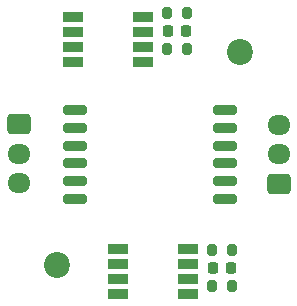
<source format=gbr>
%TF.GenerationSoftware,KiCad,Pcbnew,(6.0.11-0)*%
%TF.CreationDate,2024-03-07T11:04:15-05:00*%
%TF.ProjectId,CamperLightsSMD,43616d70-6572-44c6-9967-687473534d44,rev?*%
%TF.SameCoordinates,Original*%
%TF.FileFunction,Soldermask,Top*%
%TF.FilePolarity,Negative*%
%FSLAX46Y46*%
G04 Gerber Fmt 4.6, Leading zero omitted, Abs format (unit mm)*
G04 Created by KiCad (PCBNEW (6.0.11-0)) date 2024-03-07 11:04:15*
%MOMM*%
%LPD*%
G01*
G04 APERTURE LIST*
G04 Aperture macros list*
%AMRoundRect*
0 Rectangle with rounded corners*
0 $1 Rounding radius*
0 $2 $3 $4 $5 $6 $7 $8 $9 X,Y pos of 4 corners*
0 Add a 4 corners polygon primitive as box body*
4,1,4,$2,$3,$4,$5,$6,$7,$8,$9,$2,$3,0*
0 Add four circle primitives for the rounded corners*
1,1,$1+$1,$2,$3*
1,1,$1+$1,$4,$5*
1,1,$1+$1,$6,$7*
1,1,$1+$1,$8,$9*
0 Add four rect primitives between the rounded corners*
20,1,$1+$1,$2,$3,$4,$5,0*
20,1,$1+$1,$4,$5,$6,$7,0*
20,1,$1+$1,$6,$7,$8,$9,0*
20,1,$1+$1,$8,$9,$2,$3,0*%
G04 Aperture macros list end*
%ADD10RoundRect,0.200000X-0.800000X-0.200000X0.800000X-0.200000X0.800000X0.200000X-0.800000X0.200000X0*%
%ADD11RoundRect,0.200000X-0.812500X-0.200000X0.812500X-0.200000X0.812500X0.200000X-0.812500X0.200000X0*%
%ADD12C,2.200000*%
%ADD13RoundRect,0.200000X0.200000X0.275000X-0.200000X0.275000X-0.200000X-0.275000X0.200000X-0.275000X0*%
%ADD14RoundRect,0.250000X0.725000X-0.600000X0.725000X0.600000X-0.725000X0.600000X-0.725000X-0.600000X0*%
%ADD15O,1.950000X1.700000*%
%ADD16RoundRect,0.250000X-0.725000X0.600000X-0.725000X-0.600000X0.725000X-0.600000X0.725000X0.600000X0*%
%ADD17RoundRect,0.102000X-0.762000X0.330200X-0.762000X-0.330200X0.762000X-0.330200X0.762000X0.330200X0*%
%ADD18RoundRect,0.225000X-0.225000X-0.250000X0.225000X-0.250000X0.225000X0.250000X-0.225000X0.250000X0*%
G04 APERTURE END LIST*
D10*
%TO.C,U1*%
X149352000Y-91563000D03*
X136652000Y-91563000D03*
D11*
X149364500Y-93063000D03*
X136639500Y-93063000D03*
X136639500Y-94563000D03*
X149364500Y-94563000D03*
X136639500Y-96063000D03*
X149364500Y-96063000D03*
X136639500Y-97563000D03*
X149364500Y-97563000D03*
X136639500Y-99063000D03*
X149364500Y-99063000D03*
%TD*%
D12*
%TO.C,H2*%
X135128000Y-104648000D03*
%TD*%
%TO.C,H1*%
X150622000Y-86614000D03*
%TD*%
D13*
%TO.C,R4*%
X148273000Y-103416000D03*
X149923000Y-103416000D03*
%TD*%
%TO.C,R3*%
X149923000Y-106464000D03*
X148273000Y-106464000D03*
%TD*%
%TO.C,R2*%
X146113000Y-83312000D03*
X144463000Y-83312000D03*
%TD*%
%TO.C,R1*%
X146113000Y-86360000D03*
X144463000Y-86360000D03*
%TD*%
D14*
%TO.C,J2*%
X153924000Y-97790000D03*
D15*
X153924000Y-95290000D03*
X153924000Y-92790000D03*
%TD*%
D16*
%TO.C,J1*%
X131872000Y-92750000D03*
D15*
X131872000Y-95250000D03*
X131872000Y-97750000D03*
%TD*%
D17*
%TO.C,IC2*%
X140282600Y-103289000D03*
X146229400Y-103289000D03*
X140282600Y-104559000D03*
X140282600Y-105829000D03*
X146229400Y-104559000D03*
X146229400Y-105829000D03*
X140282600Y-107099000D03*
X146229400Y-107099000D03*
%TD*%
%TO.C,IC1*%
X136472600Y-83693000D03*
X142419400Y-83693000D03*
X136472600Y-84963000D03*
X136472600Y-86233000D03*
X142419400Y-84963000D03*
X142419400Y-86233000D03*
X136472600Y-87503000D03*
X142419400Y-87503000D03*
%TD*%
D18*
%TO.C,C2*%
X148323000Y-104940000D03*
X149873000Y-104940000D03*
%TD*%
%TO.C,C1*%
X144513000Y-84836000D03*
X146063000Y-84836000D03*
%TD*%
M02*

</source>
